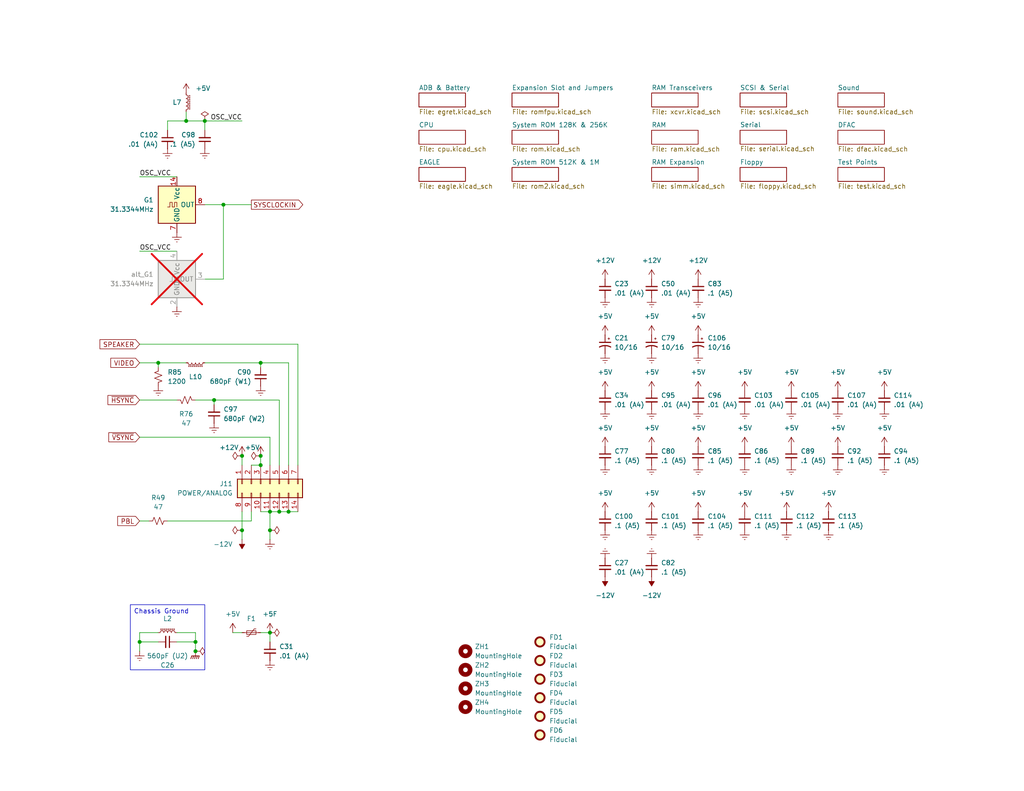
<source format=kicad_sch>
(kicad_sch (version 20250114) (generator "eeschema") (generator_version "9.0")
  (paper "USLetter")
  (title_block (title "Macintosh Classic II Revision B") (date "2025-06-04") (company "Apple Computer") (comment 1 "drawn by Bradley Bell"))
  (text_box "Chassis Ground" (at 35.56 165.1 0) (size 20.32 17.78) (margins 0.9525 0.9525 0.9525 0.9525) (effects (font (size 1.27 1.27)) (justify left top)))
  (junction (at 78.74 139.7))
  (junction (at 73.66 139.7))
  (junction (at 76.2 139.7))
  (junction (at 55.88 33.02))
  (junction (at 71.12 99.06))
  (junction (at 57.15 256.54))
  (junction (at 71.12 124.46))
  (junction (at 38.1 175.26))
  (junction (at 49.53 254))
  (junction (at 73.66 172.72))
  (junction (at 53.34 177.8))
  (junction (at 54.61 256.54))
  (junction (at 66.04 144.78))
  (junction (at 73.66 144.78))
  (junction (at 58.42 109.22))
  (junction (at 53.34 175.26))
  (junction (at 71.12 127))
  (junction (at 66.04 124.46))
  (junction (at 43.18 99.06))
  (junction (at 50.8 33.02))
  (junction (at 60.96 55.88))
  (no_connect (at 44.45 256.54))
  (no_connect (at 46.99 256.54))
  (no_connect (at 64.77 256.54))
  (wire (pts (xy 57.15 248.92) (xy 57.15 256.54)))
  (wire (pts (xy 60.96 55.88) (xy 68.58 55.88)))
  (wire (pts (xy 73.66 119.38) (xy 73.66 127)))
  (wire (pts (xy 34.29 231.14) (xy 34.29 256.54)))
  (wire (pts (xy 66.04 124.46) (xy 66.04 127)))
  (wire (pts (xy 38.1 48.26) (xy 48.26 48.26)))
  (wire (pts (xy 76.2 139.7) (xy 78.74 139.7)))
  (wire (pts (xy 67.31 241.3) (xy 67.31 256.54)))
  (wire (pts (xy 71.12 172.72) (xy 73.66 172.72)))
  (wire (pts (xy 38.1 172.72) (xy 43.18 172.72)))
  (wire (pts (xy 68.58 142.24) (xy 68.58 139.7)))
  (wire (pts (xy 38.1 68.58) (xy 48.26 68.58)))
  (wire (pts (xy 71.12 99.06) (xy 78.74 99.06)))
  (wire (pts (xy 38.1 109.22) (xy 48.26 109.22)))
  (wire (pts (xy 71.12 124.46) (xy 71.12 127)))
  (wire (pts (xy 66.04 33.02) (xy 55.88 33.02)))
  (wire (pts (xy 76.2 109.22) (xy 76.2 127)))
  (wire (pts (xy 50.8 33.02) (xy 50.8 30.48)))
  (wire (pts (xy 55.88 55.88) (xy 60.96 55.88)))
  (wire (pts (xy 55.88 76.2) (xy 60.96 76.2)))
  (wire (pts (xy 53.34 175.26) (xy 53.34 177.8)))
  (wire (pts (xy 43.18 99.06) (xy 50.8 99.06)))
  (wire (pts (xy 38.1 142.24) (xy 40.64 142.24)))
  (wire (pts (xy 58.42 110.49) (xy 58.42 109.22)))
  (wire (pts (xy 54.61 251.46) (xy 54.61 256.54)))
  (wire (pts (xy 45.72 142.24) (xy 68.58 142.24)))
  (wire (pts (xy 38.1 172.72) (xy 38.1 175.26)))
  (wire (pts (xy 73.66 175.26) (xy 73.66 172.72)))
  (wire (pts (xy 39.37 227.33) (xy 39.37 256.54)))
  (wire (pts (xy 73.66 139.7) (xy 76.2 139.7)))
  (wire (pts (xy 38.1 175.26) (xy 43.18 175.26)))
  (wire (pts (xy 45.72 33.02) (xy 50.8 33.02)))
  (wire (pts (xy 38.1 175.26) (xy 38.1 177.8)))
  (wire (pts (xy 53.34 109.22) (xy 58.42 109.22)))
  (wire (pts (xy 38.1 119.38) (xy 73.66 119.38)))
  (wire (pts (xy 73.66 139.7) (xy 71.12 139.7)))
  (wire (pts (xy 54.61 256.54) (xy 52.07 256.54)))
  (wire (pts (xy 63.5 172.72) (xy 66.04 172.72)))
  (wire (pts (xy 73.66 139.7) (xy 73.66 144.78)))
  (wire (pts (xy 36.83 233.68) (xy 36.83 256.54)))
  (wire (pts (xy 53.34 172.72) (xy 53.34 175.26)))
  (wire (pts (xy 66.04 147.32) (xy 66.04 144.78)))
  (wire (pts (xy 38.1 93.98) (xy 81.28 93.98)))
  (wire (pts (xy 60.96 55.88) (xy 60.96 76.2)))
  (wire (pts (xy 55.88 99.06) (xy 71.12 99.06)))
  (wire (pts (xy 45.72 33.02) (xy 45.72 35.56)))
  (wire (pts (xy 41.91 238.76) (xy 41.91 256.54)))
  (wire (pts (xy 49.53 251.46) (xy 49.53 254)))
  (wire (pts (xy 59.69 248.92) (xy 57.15 248.92)))
  (wire (pts (xy 81.28 93.98) (xy 81.28 127)))
  (wire (pts (xy 57.15 256.54) (xy 59.69 256.54)))
  (wire (pts (xy 43.18 99.06) (xy 43.18 100.33)))
  (wire (pts (xy 49.53 254) (xy 26.67 254)))
  (wire (pts (xy 53.34 175.26) (xy 48.26 175.26)))
  (wire (pts (xy 66.04 144.78) (xy 66.04 139.7)))
  (wire (pts (xy 78.74 99.06) (xy 78.74 127)))
  (wire (pts (xy 71.12 127) (xy 68.58 127)))
  (wire (pts (xy 53.34 172.72) (xy 48.26 172.72)))
  (wire (pts (xy 43.18 99.06) (xy 38.1 99.06)))
  (wire (pts (xy 26.67 241.3) (xy 67.31 241.3)))
  (wire (pts (xy 55.88 35.56) (xy 55.88 33.02)))
  (wire (pts (xy 78.74 139.7) (xy 81.28 139.7)))
  (wire (pts (xy 71.12 99.06) (xy 71.12 100.33)))
  (wire (pts (xy 49.53 254) (xy 49.53 256.54)))
  (wire (pts (xy 50.8 33.02) (xy 55.88 33.02)))
  (wire (pts (xy 58.42 109.22) (xy 76.2 109.22)))
  (wire (pts (xy 73.66 144.78) (xy 73.66 147.32)))
  (label "OSC_VCC" (at 38.1 48.26 0))
  (label "OSC_VCC" (at 66.04 33.02 180))
  (label "OSC_VCC" (at 38.1 68.58 0))
  (global_label "SCSI_BSY" (shape input) (at 26.67 241.3 180) (property "Intersheetrefs" "${INTERSHEET_REFS}" (at 14.8553 241.3 0) (effects (justify right))))
  (global_label "RxDA+" (shape output) (at 39.37 236.22 0) (property "Intersheetrefs" "${INTERSHEET_REFS}" (at 48.5843 236.22 0) (effects (justify left))))
  (global_label "VIDEO" (shape input) (at 38.1 99.06 180) (property "Intersheetrefs" "${INTERSHEET_REFS}" (at 29.6719 99.06 0) (effects (justify right))))
  (global_label "TxDA+" (shape input) (at 34.29 231.14 180) (property "Intersheetrefs" "${INTERSHEET_REFS}" (at 25.3781 231.14 0) (effects (justify right))))
  (global_label "BURN7" (shape input) (at 26.67 254 180) (property "Intersheetrefs" "${INTERSHEET_REFS}" (at 17.2743 254 0) (effects (justify right))))
  (global_label "RxDA-" (shape output) (at 41.91 238.76 0) (property "Intersheetrefs" "${INTERSHEET_REFS}" (at 51.1243 238.76 0) (effects (justify left))))
  (global_label "SYSCLOCKIN" (shape output) (at 68.58 55.88 0) (property "Intersheetrefs" "${INTERSHEET_REFS}" (at 83.1767 55.88 0) (effects (justify left))))
  (global_label "PBL" (shape input) (at 38.1 142.24 180) (property "Intersheetrefs" "${INTERSHEET_REFS}" (at 31.5467 142.24 0) (effects (justify right))))
  (global_label "~{VSYNC}" (shape input) (at 38.1 119.38 180) (property "Intersheetrefs" "${INTERSHEET_REFS}" (at 29.1276 119.38 0) (effects (justify right))))
  (global_label "~{HSYNC}" (shape input) (at 38.1 109.22 180) (property "Intersheetrefs" "${INTERSHEET_REFS}" (at 28.8857 109.22 0) (effects (justify right))))
  (global_label "TxDA-" (shape input) (at 36.83 233.68 180) (property "Intersheetrefs" "${INTERSHEET_REFS}" (at 27.9181 233.68 0) (effects (justify right))))
  (global_label "SPEAKER" (shape input) (at 38.1 93.98 180) (property "Intersheetrefs" "${INTERSHEET_REFS}" (at 26.7087 93.98 0) (effects (justify right))))
  (symbol (lib_id "power:GNDREF") (at 48.26 63.5 0) (unit 1)
    (property "Reference" "#PWR073" (effects (hide yes)))
    (property "Value" "GND" (effects (hide yes)))
    (property "Description" "Power symbol creates a global label with name \"GNDREF\" , reference supply ground" (effects (hide yes)))
  )
  (symbol (lib_id "Device:C_Small") (at 190.5 124.46 0) (unit 1)
    (property "Reference" "C85" (at 193.04 123.1962 0) (effects (justify left)))
    (property "Value" ".1 (A5)" (at 193.04 125.7362 0) (effects (justify left)))
    (property "Footprint" "MyPackage:SMD_0603_1608Metric_Pad1.52x1.02mm" (effects (hide yes)))
    (property "Description" "Unpolarized capacitor, small symbol" (effects (hide yes)))
  )
  (symbol (lib_id "power:GNDREF") (at 215.9 111.76 0) (unit 1)
    (property "Reference" "#PWR0279" (effects (hide yes)))
    (property "Value" "GND" (effects (hide yes)))
    (property "Description" "Power symbol creates a global label with name \"GNDREF\" , reference supply ground" (effects (hide yes)))
  )
  (symbol (lib_id "power:GNDREF") (at 203.2 144.78 0) (unit 1)
    (property "Reference" "#PWR097" (effects (hide yes)))
    (property "Value" "GND" (effects (hide yes)))
    (property "Description" "Power symbol creates a global label with name \"GNDREF\" , reference supply ground" (effects (hide yes)))
  )
  (symbol (lib_id "Device:R_Small_US") (at 39.37 224.79 0) (unit 1)
    (property "Reference" "R95" (at 36.83 223.5199 0) (effects (justify right)))
    (property "Value" "100K" (at 36.83 226.0599 0) (effects (justify right)))
    (property "Footprint" "MyPackage:SMD_0805_2012Metric_Pad1.25x1.65mm" (effects (hide yes)))
    (property "Description" "Resistor, small US symbol" (effects (hide yes)))
  )
  (symbol (lib_id "power:GNDREF") (at 73.66 180.34 0) (unit 1)
    (property "Reference" "#PWR0262" (effects (hide yes)))
    (property "Value" "GND" (effects (hide yes)))
    (property "Description" "Power symbol creates a global label with name \"GNDREF\" , reference supply ground" (effects (hide yes)))
  )
  (symbol (lib_id "power:GNDREF") (at 48.26 83.82 0) (unit 1)
    (property "Reference" "#PWR0128" (effects (hide yes)))
    (property "Value" "GND" (effects (hide yes)))
    (property "Description" "Power symbol creates a global label with name \"GNDREF\" , reference supply ground" (effects (hide yes)))
  )
  (symbol (lib_id "Device:C_Small") (at 177.8 124.46 0) (unit 1)
    (property "Reference" "C80" (at 180.34 123.1962 0) (effects (justify left)))
    (property "Value" ".1 (A5)" (at 180.34 125.7362 0) (effects (justify left)))
    (property "Footprint" "MyPackage:SMD_0603_1608Metric_Pad1.52x1.02mm" (effects (hide yes)))
    (property "Description" "Unpolarized capacitor, small symbol" (effects (hide yes)))
  )
  (symbol (lib_id "Device:C_Small") (at 228.6 124.46 0) (unit 1)
    (property "Reference" "C92" (at 231.14 123.1962 0) (effects (justify left)))
    (property "Value" ".1 (A5)" (at 231.14 125.7362 0) (effects (justify left)))
    (property "Footprint" "MyPackage:SMD_0603_1608Metric_Pad1.52x1.02mm" (effects (hide yes)))
    (property "Description" "Unpolarized capacitor, small symbol" (effects (hide yes)))
  )
  (symbol (lib_id "power:PWR_FLAG") (at 66.04 144.78 90) (unit 1)
    (property "Reference" "#FLG03" (effects (hide yes)))
    (property "Value" "PWR_FLAG" (effects (hide yes)))
    (property "Description" "Special symbol for telling ERC where power comes from" (effects (hide yes)))
  )
  (symbol (lib_id "power:GNDREF") (at 165.1 96.52 0) (unit 1)
    (property "Reference" "#PWR0286" (effects (hide yes)))
    (property "Value" "GND" (effects (hide yes)))
    (property "Description" "Power symbol creates a global label with name \"GNDREF\" , reference supply ground" (effects (hide yes)))
  )
  (symbol (lib_id "power:GNDREF") (at 203.2 111.76 0) (unit 1)
    (property "Reference" "#PWR0275" (effects (hide yes)))
    (property "Value" "GND" (effects (hide yes)))
    (property "Description" "Power symbol creates a global label with name \"GNDREF\" , reference supply ground" (effects (hide yes)))
  )
  (symbol (lib_id "power:+5V") (at 190.5 121.92 0) (unit 1)
    (property "Reference" "#PWR0256" (effects (hide yes)))
    (property "Value" "+5V" (at 190.5 116.84 0))
    (property "Description" "Power symbol creates a global label with name \"+5V\"" (effects (hide yes)))
  )
  (symbol (lib_id "power:GNDREF") (at 165.1 152.4 0) (mirror x) (unit 1)
    (property "Reference" "#PWR089" (effects (hide yes)))
    (property "Value" "GND" (effects (hide yes)))
    (property "Description" "Power symbol creates a global label with name \"GNDREF\" , reference supply ground" (effects (hide yes)))
  )
  (symbol (lib_id "power:GNDREF") (at 214.63 144.78 0) (unit 1)
    (property "Reference" "#PWR0110" (effects (hide yes)))
    (property "Value" "GND" (effects (hide yes)))
    (property "Description" "Power symbol creates a global label with name \"GNDREF\" , reference supply ground" (effects (hide yes)))
  )
  (symbol (lib_id "power:+5V") (at 228.6 106.68 0) (unit 1)
    (property "Reference" "#PWR0280" (effects (hide yes)))
    (property "Value" "+5V" (at 228.6 101.6 0))
    (property "Description" "Power symbol creates a global label with name \"+5V\"" (effects (hide yes)))
  )
  (symbol (lib_id "power:+5V") (at 226.06 139.7 0) (unit 1)
    (property "Reference" "#PWR0273" (effects (hide yes)))
    (property "Value" "+5V" (at 226.06 134.62 0))
    (property "Description" "Power symbol creates a global label with name \"+5V\"" (effects (hide yes)))
  )
  (symbol (lib_id "Device:R_Small_US") (at 50.8 109.22 90) (mirror x) (unit 1)
    (property "Reference" "R76" (at 50.8 113.03 90))
    (property "Value" "47" (at 50.8 115.57 90))
    (property "Footprint" "MyPackage:SMD_0805_2012Metric_Pad1.25x1.65mm" (effects (hide yes)))
    (property "Description" "Resistor, small US symbol" (effects (hide yes)))
  )
  (symbol (lib_id "Device:C_Small") (at 165.1 124.46 0) (unit 1)
    (property "Reference" "C77" (at 167.64 123.1962 0) (effects (justify left)))
    (property "Value" ".1 (A5)" (at 167.64 125.7362 0) (effects (justify left)))
    (property "Footprint" "MyPackage:SMD_0603_1608Metric_Pad1.52x1.02mm" (effects (hide yes)))
    (property "Description" "Unpolarized capacitor, small symbol" (effects (hide yes)))
  )
  (symbol (lib_id "power:+5V") (at 177.8 106.68 0) (unit 1)
    (property "Reference" "#PWR0295" (effects (hide yes)))
    (property "Value" "+5V" (at 177.8 101.6 0))
    (property "Description" "Power symbol creates a global label with name \"+5V\"" (effects (hide yes)))
  )
  (symbol (lib_id "Mechanical:Fiducial") (at 147.32 190.5 0) (unit 1) (exclude_from_sim yes) (in_bom no)
    (property "Reference" "FD4" (at 149.86 189.2299 0) (effects (justify left)))
    (property "Value" "Fiducial" (at 149.86 191.7699 0) (effects (justify left)))
    (property "Footprint" "Fiducial:Fiducial_1mm_Mask3mm" (effects (hide yes)))
    (property "Description" "Fiducial Marker" (effects (hide yes)))
  )
  (symbol (lib_id "power:+5V") (at 165.1 91.44 0) (unit 1)
    (property "Reference" "#PWR0285" (effects (hide yes)))
    (property "Value" "+5V" (at 165.1 86.36 0))
    (property "Description" "Power symbol creates a global label with name \"+5V\"" (effects (hide yes)))
  )
  (symbol (lib_id "power:GNDREF") (at 190.5 127 0) (unit 1)
    (property "Reference" "#PWR0268" (effects (hide yes)))
    (property "Value" "GND" (effects (hide yes)))
    (property "Description" "Power symbol creates a global label with name \"GNDREF\" , reference supply ground" (effects (hide yes)))
  )
  (symbol (lib_id "Mechanical:Fiducial") (at 147.32 200.66 0) (unit 1) (exclude_from_sim yes) (in_bom no)
    (property "Reference" "FD6" (at 149.86 199.3899 0) (effects (justify left)))
    (property "Value" "Fiducial" (at 149.86 201.9299 0) (effects (justify left)))
    (property "Footprint" "MyPackage:Fiducial_1mm_Mask3mm_square" (effects (hide yes)))
    (property "Description" "Fiducial Marker" (effects (hide yes)))
  )
  (symbol (lib_id "Mechanical:MountingHole") (at 127 177.8 0) (unit 1) (exclude_from_sim yes) (in_bom no)
    (property "Reference" "ZH1" (at 129.54 176.5299 0) (effects (justify left)))
    (property "Value" "MountingHole" (at 129.54 179.0699 0) (effects (justify left)))
    (property "Footprint" "MountingHole:MountingHole_3.2mm_M3_ISO14580" (effects (hide yes)))
    (property "Description" "Mounting Hole without connection" (effects (hide yes)))
  )
  (symbol (lib_id "power:PWR_FLAG") (at 73.66 172.72 270) (unit 1)
    (property "Reference" "#FLG010" (effects (hide yes)))
    (property "Value" "PWR_FLAG" (effects (hide yes)))
    (property "Description" "Special symbol for telling ERC where power comes from" (effects (hide yes)))
  )
  (symbol (lib_id "power:+12V") (at 66.04 124.46 0) (mirror y) (unit 1)
    (property "Reference" "#PWR090" (effects (hide yes)))
    (property "Value" "+12V" (at 62.484 122.174 0))
    (property "Description" "Power symbol creates a global label with name \"+12V\"" (effects (hide yes)))
  )
  (symbol (lib_id "Device:L_Ferrite_Small") (at 45.72 172.72 90) (unit 1)
    (property "Reference" "L2" (at 45.72 168.91 90))
    (property "Value" "L_Ferrite_Small" (effects (hide yes)))
    (property "Footprint" "MyPackage:L_2010_5025Metric_Pad2.0x2.2mm_HandSolder" (effects (hide yes)))
    (property "Description" "Inductor with ferrite core, small symbol" (effects (hide yes)))
  )
  (symbol (lib_id "power:+5V") (at 190.5 106.68 0) (unit 1)
    (property "Reference" "#PWR0291" (effects (hide yes)))
    (property "Value" "+5V" (at 190.5 101.6 0))
    (property "Description" "Power symbol creates a global label with name \"+5V\"" (effects (hide yes)))
  )
  (symbol (lib_id "Device:C_Small") (at 214.63 142.24 0) (mirror y) (unit 1)
    (property "Reference" "C112" (at 217.17 140.9762 0) (effects (justify right)))
    (property "Value" ".1 (A5)" (at 217.17 143.5162 0) (effects (justify right)))
    (property "Footprint" "MyPackage:SMD_0805_2012Metric_Pad1.25x1.65mm" (effects (hide yes)))
    (property "Description" "Unpolarized capacitor, small symbol" (effects (hide yes)))
  )
  (symbol (lib_id "power:GNDREF") (at 177.8 111.76 0) (unit 1)
    (property "Reference" "#PWR0296" (effects (hide yes)))
    (property "Value" "GND" (effects (hide yes)))
    (property "Description" "Power symbol creates a global label with name \"GNDREF\" , reference supply ground" (effects (hide yes)))
  )
  (symbol (lib_id "Connector_Generic:Conn_02x07_Top_Bottom") (at 73.66 132.08 90) (mirror x) (unit 1)
    (property "Reference" "J11" (at 63.5 132.0799 90) (effects (justify left)))
    (property "Value" "POWER/ANALOG" (at 63.5 134.6199 90) (effects (justify left)))
    (property "Footprint" "Connector_Mine:Molex_Mini-Fit_Jr_5566-14A_2x07_P4.20mm_Vertical_RoundPads" (effects (hide yes)))
    (property "Description" "Generic connector, double row, 02x07, top/bottom pin numbering scheme (row 1: 1...pins_per_row, row2: pins_per_row+1 ... num_pins), script generated (kicad-library-utils/schlib/autogen/connector/)" (effects (hide yes)))
  )
  (symbol (lib_id "Device:C_Small") (at 177.8 109.22 0) (unit 1)
    (property "Reference" "C95" (at 180.34 107.9562 0) (effects (justify left)))
    (property "Value" ".01 (A4)" (at 180.34 110.4962 0) (effects (justify left)))
    (property "Footprint" "MyPackage:SMD_0603_1608Metric_Pad1.52x1.02mm" (effects (hide yes)))
    (property "Description" "Unpolarized capacitor, small symbol" (effects (hide yes)))
  )
  (symbol (lib_id "power:+5V") (at 165.1 121.92 0) (unit 1)
    (property "Reference" "#PWR0293" (effects (hide yes)))
    (property "Value" "+5V" (at 165.1 116.84 0))
    (property "Description" "Power symbol creates a global label with name \"+5V\"" (effects (hide yes)))
  )
  (symbol (lib_id "Mechanical:MountingHole") (at 127 187.96 0) (unit 1) (exclude_from_sim yes) (in_bom no)
    (property "Reference" "ZH3" (at 129.54 186.6899 0) (effects (justify left)))
    (property "Value" "MountingHole" (at 129.54 189.2299 0) (effects (justify left)))
    (property "Footprint" "MountingHole:MountingHole_3.2mm_M3_ISO14580" (effects (hide yes)))
    (property "Description" "Mounting Hole without connection" (effects (hide yes)))
  )
  (symbol (lib_id "power:+5F") (at 73.66 172.72 0) (unit 1)
    (property "Reference" "#PWR043" (effects (hide yes)))
    (property "Value" "+5F" (at 73.66 167.64 0))
    (property "Description" "Power symbol creates a global label with name \"+5F\"" (effects (hide yes)))
  )
  (symbol (lib_id "power:+5V") (at 241.3 121.92 0) (unit 1)
    (property "Reference" "#PWR0234" (effects (hide yes)))
    (property "Value" "+5V" (at 241.3 116.84 0))
    (property "Description" "Power symbol creates a global label with name \"+5V\"" (effects (hide yes)))
  )
  (symbol (lib_id "power:GNDREF") (at 177.8 127 0) (unit 1)
    (property "Reference" "#PWR0288" (effects (hide yes)))
    (property "Value" "GND" (effects (hide yes)))
    (property "Description" "Power symbol creates a global label with name \"GNDREF\" , reference supply ground" (effects (hide yes)))
  )
  (symbol (lib_id "Device:C_Small") (at 45.72 175.26 270) (mirror x) (unit 1)
    (property "Reference" "C26" (at 45.7136 181.61 90))
    (property "Value" "560pF (U2)" (at 45.7136 179.07 90))
    (property "Footprint" "MyPackage:SMD_0603_1608Metric_Pad1.52x1.02mm" (effects (hide yes)))
    (property "Description" "Unpolarized capacitor, small symbol" (effects (hide yes)))
  )
  (symbol (lib_id "power:GNDREF") (at 190.5 96.52 0) (unit 1)
    (property "Reference" "#PWR0283" (effects (hide yes)))
    (property "Value" "GND" (effects (hide yes)))
    (property "Description" "Power symbol creates a global label with name \"GNDREF\" , reference supply ground" (effects (hide yes)))
  )
  (symbol (lib_id "Device:C_Small") (at 226.06 142.24 0) (mirror y) (unit 1)
    (property "Reference" "C113" (at 228.6 140.9762 0) (effects (justify right)))
    (property "Value" ".1 (A5)" (at 228.6 143.5162 0) (effects (justify right)))
    (property "Footprint" "MyPackage:SMD_0603_1608Metric_Pad1.52x1.02mm" (effects (hide yes)))
    (property "Description" "Unpolarized capacitor, small symbol" (effects (hide yes)))
  )
  (symbol (lib_id "Device:C_Small") (at 215.9 124.46 0) (unit 1)
    (property "Reference" "C89" (at 218.44 123.1962 0) (effects (justify left)))
    (property "Value" ".1 (A5)" (at 218.44 125.7362 0) (effects (justify left)))
    (property "Footprint" "MyPackage:SMD_0603_1608Metric_Pad1.52x1.02mm" (effects (hide yes)))
    (property "Description" "Unpolarized capacitor, small symbol" (effects (hide yes)))
  )
  (symbol (lib_id "power:+5V") (at 165.1 139.7 0) (mirror y) (unit 1)
    (property "Reference" "#PWR0264" (effects (hide yes)))
    (property "Value" "+5V" (at 165.1 134.62 0))
    (property "Description" "Power symbol creates a global label with name \"+5V\"" (effects (hide yes)))
  )
  (symbol (lib_id "Mechanical:Fiducial") (at 147.32 180.34 0) (unit 1) (exclude_from_sim yes) (in_bom no)
    (property "Reference" "FD2" (at 149.86 179.0699 0) (effects (justify left)))
    (property "Value" "Fiducial" (at 149.86 181.6099 0) (effects (justify left)))
    (property "Footprint" "Fiducial:Fiducial_1mm_Mask3mm" (effects (hide yes)))
    (property "Description" "Fiducial Marker" (effects (hide yes)))
  )
  (symbol (lib_id "Device:C_Small") (at 190.5 109.22 0) (unit 1)
    (property "Reference" "C96" (at 193.04 107.9562 0) (effects (justify left)))
    (property "Value" ".01 (A4)" (at 193.04 110.4962 0) (effects (justify left)))
    (property "Footprint" "MyPackage:SMD_0603_1608Metric_Pad1.52x1.02mm" (effects (hide yes)))
    (property "Description" "Unpolarized capacitor, small symbol" (effects (hide yes)))
  )
  (symbol (lib_id "power:GNDREF") (at 73.66 147.32 0) (mirror y) (unit 1)
    (property "Reference" "#PWR096" (effects (hide yes)))
    (property "Value" "GND" (effects (hide yes)))
    (property "Description" "Power symbol creates a global label with name \"GNDREF\" , reference supply ground" (effects (hide yes)))
  )
  (symbol (lib_id "Device:C_Small") (at 190.5 142.24 0) (mirror y) (unit 1)
    (property "Reference" "C104" (at 193.04 140.9762 0) (effects (justify right)))
    (property "Value" ".1 (A5)" (at 193.04 143.5162 0) (effects (justify right)))
    (property "Footprint" "MyPackage:SMD_0603_1608Metric_Pad1.52x1.02mm" (effects (hide yes)))
    (property "Description" "Unpolarized capacitor, small symbol" (effects (hide yes)))
  )
  (symbol (lib_id "power:GNDREF") (at 203.2 127 0) (unit 1)
    (property "Reference" "#PWR0108" (effects (hide yes)))
    (property "Value" "GND" (effects (hide yes)))
    (property "Description" "Power symbol creates a global label with name \"GNDREF\" , reference supply ground" (effects (hide yes)))
  )
  (symbol (lib_id "power:+12V") (at 69.85 256.54 0) (mirror y) (unit 1)
    (property "Reference" "#PWR0237" (effects (hide yes)))
    (property "Value" "+12V" (at 72.39 255.2699 0) (effects (justify right)))
    (property "Description" "Power symbol creates a global label with name \"+12V\"" (effects (hide yes)))
  )
  (symbol (lib_id "power:+5V") (at 71.12 124.46 0) (mirror y) (unit 1)
    (property "Reference" "#PWR093" (effects (hide yes)))
    (property "Value" "+5V" (at 68.834 122.174 0))
    (property "Description" "Power symbol creates a global label with name \"+5V\"" (effects (hide yes)))
  )
  (symbol (lib_id "Device:R_Small_US") (at 43.18 102.87 0) (mirror y) (unit 1)
    (property "Reference" "R85" (at 45.72 101.5999 0) (effects (justify right)))
    (property "Value" "1200" (at 45.72 104.1399 0) (effects (justify right)))
    (property "Footprint" "MyPackage:SMD_0805_2012Metric_Pad1.25x1.65mm" (effects (hide yes)))
    (property "Description" "Resistor, small US symbol" (effects (hide yes)))
  )
  (symbol (lib_id "power:+5V") (at 241.3 106.68 0) (unit 1)
    (property "Reference" "#PWR0289" (effects (hide yes)))
    (property "Value" "+5V" (at 241.3 101.6 0))
    (property "Description" "Power symbol creates a global label with name \"+5V\"" (effects (hide yes)))
  )
  (symbol (lib_id "Device:C_Small") (at 177.8 154.94 180) (unit 1)
    (property "Reference" "C82" (at 180.34 153.6635 0) (effects (justify right)))
    (property "Value" ".1 (A5)" (at 180.34 156.2035 0) (effects (justify right)))
    (property "Footprint" "MyPackage:SMD_0603_1608Metric_Pad1.52x1.02mm" (effects (hide yes)))
    (property "Description" "Unpolarized capacitor, small symbol" (effects (hide yes)))
  )
  (symbol (lib_id "Device:C_Small") (at 165.1 78.74 0) (unit 1)
    (property "Reference" "C23" (at 167.64 77.4762 0) (effects (justify left)))
    (property "Value" ".01 (A4)" (at 167.64 80.0162 0) (effects (justify left)))
    (property "Footprint" "MyPackage:SMD_0603_1608Metric_Pad1.52x1.02mm" (effects (hide yes)))
    (property "Description" "Unpolarized capacitor, small symbol" (effects (hide yes)))
  )
  (symbol (lib_id "Device:C_Small") (at 71.12 102.87 0) (mirror x) (unit 1)
    (property "Reference" "C90" (at 68.58 101.5935 0) (effects (justify right)))
    (property "Value" "680pF (W1)" (at 68.58 104.1335 0) (effects (justify right)))
    (property "Footprint" "MyPackage:SMD_0603_1608Metric_Pad1.52x1.02mm" (effects (hide yes)))
    (property "Description" "Unpolarized capacitor, small symbol" (effects (hide yes)))
  )
  (symbol (lib_id "Mechanical:Fiducial") (at 147.32 185.42 0) (unit 1) (exclude_from_sim yes) (in_bom no)
    (property "Reference" "FD3" (at 149.86 184.1499 0) (effects (justify left)))
    (property "Value" "Fiducial" (at 149.86 186.6899 0) (effects (justify left)))
    (property "Footprint" "Fiducial:Fiducial_1mm_Mask3mm" (effects (hide yes)))
    (property "Description" "Fiducial Marker" (effects (hide yes)))
  )
  (symbol (lib_id "power:+5V") (at 228.6 121.92 0) (unit 1)
    (property "Reference" "#PWR087" (effects (hide yes)))
    (property "Value" "+5V" (at 228.6 116.84 0))
    (property "Description" "Power symbol creates a global label with name \"+5V\"" (effects (hide yes)))
  )
  (symbol (lib_id "power:+5V") (at 215.9 121.92 0) (unit 1)
    (property "Reference" "#PWR0277" (effects (hide yes)))
    (property "Value" "+5V" (at 215.9 116.84 0))
    (property "Description" "Power symbol creates a global label with name \"+5V\"" (effects (hide yes)))
  )
  (symbol (lib_id "power:GNDREF") (at 241.3 111.76 0) (unit 1)
    (property "Reference" "#PWR0290" (effects (hide yes)))
    (property "Value" "GND" (effects (hide yes)))
    (property "Description" "Power symbol creates a global label with name \"GNDREF\" , reference supply ground" (effects (hide yes)))
  )
  (symbol (lib_id "power:GNDREF") (at 228.6 127 0) (unit 1)
    (property "Reference" "#PWR0121" (effects (hide yes)))
    (property "Value" "GND" (effects (hide yes)))
    (property "Description" "Power symbol creates a global label with name \"GNDREF\" , reference supply ground" (effects (hide yes)))
  )
  (symbol (lib_id "power:GNDREF") (at 177.8 144.78 0) (unit 1)
    (property "Reference" "#PWR0267" (effects (hide yes)))
    (property "Value" "GND" (effects (hide yes)))
    (property "Description" "Power symbol creates a global label with name \"GNDREF\" , reference supply ground" (effects (hide yes)))
  )
  (symbol (lib_id "power:-12V") (at 165.1 157.48 180) (unit 1)
    (property "Reference" "#PWR0179" (effects (hide yes)))
    (property "Value" "-12V" (at 165.1 162.56 0))
    (property "Description" "Power symbol creates a global label with name \"-12V\"" (effects (hide yes)))
  )
  (symbol (lib_id "power:GNDREF") (at 177.8 152.4 0) (mirror x) (unit 1)
    (property "Reference" "#PWR059" (effects (hide yes)))
    (property "Value" "GND" (effects (hide yes)))
    (property "Description" "Power symbol creates a global label with name \"GNDREF\" , reference supply ground" (effects (hide yes)))
  )
  (symbol (lib_id "Device:C_Polarized_Small_US") (at 165.1 93.98 0) (mirror y) (unit 1)
    (property "Reference" "C21" (at 167.64 92.2781 0) (effects (justify right)))
    (property "Value" "10/16" (at 167.64 94.8181 0) (effects (justify right)))
    (property "Footprint" "MyPackage:CP_Elec_4x5.8" (effects (hide yes)))
    (property "Description" "Polarized capacitor, small US symbol" (effects (hide yes)))
  )
  (symbol (lib_id "Device:R_Small_US") (at 49.53 248.92 0) (unit 1)
    (property "Reference" "R93" (at 46.99 247.6499 0) (effects (justify right)))
    (property "Value" "4700" (at 46.99 250.1899 0) (effects (justify right)))
    (property "Footprint" "MyPackage:SMD_0805_2012Metric_Pad1.25x1.65mm" (effects (hide yes)))
    (property "Description" "Resistor, small US symbol" (effects (hide yes)))
  )
  (symbol (lib_id "Device:C_Small") (at 203.2 142.24 0) (mirror y) (unit 1)
    (property "Reference" "C111" (at 205.74 140.9762 0) (effects (justify right)))
    (property "Value" ".1 (A5)" (at 205.74 143.5162 0) (effects (justify right)))
    (property "Footprint" "MyPackage:SMD_0805_2012Metric_Pad1.25x1.65mm" (effects (hide yes)))
    (property "Description" "Unpolarized capacitor, small symbol" (effects (hide yes)))
  )
  (symbol (lib_id "Device:C_Small") (at 203.2 109.22 0) (mirror y) (unit 1)
    (property "Reference" "C103" (at 205.74 107.9562 0) (effects (justify right)))
    (property "Value" ".01 (A4)" (at 205.74 110.4962 0) (effects (justify right)))
    (property "Footprint" "MyPackage:SMD_0603_1608Metric_Pad1.52x1.02mm" (effects (hide yes)))
    (property "Description" "Unpolarized capacitor, small symbol" (effects (hide yes)))
  )
  (symbol (lib_id "Device:C_Small") (at 73.66 177.8 0) (unit 1)
    (property "Reference" "C31" (at 76.2 176.5362 0) (effects (justify left)))
    (property "Value" ".01 (A4)" (at 76.2 179.0762 0) (effects (justify left)))
    (property "Footprint" "MyPackage:SMD_0603_1608Metric_Pad1.52x1.02mm" (effects (hide yes)))
    (property "Description" "Unpolarized capacitor, small symbol" (effects (hide yes)))
  )
  (symbol (lib_id "power:PWR_FLAG") (at 53.34 177.8 270) (unit 1)
    (property "Reference" "#FLG013" (effects (hide yes)))
    (property "Value" "PWR_FLAG" (effects (hide yes)))
    (property "Description" "Special symbol for telling ERC where power comes from" (effects (hide yes)))
  )
  (symbol (lib_id "power:GNDREF") (at 58.42 115.57 0) (unit 1)
    (property "Reference" "#PWR086" (effects (hide yes)))
    (property "Value" "GND" (effects (hide yes)))
    (property "Description" "Power symbol creates a global label with name \"GNDREF\" , reference supply ground" (effects (hide yes)))
  )
  (symbol (lib_id "Mechanical:Fiducial") (at 147.32 175.26 0) (unit 1) (exclude_from_sim yes) (in_bom no)
    (property "Reference" "FD1" (at 149.86 173.9899 0) (effects (justify left)))
    (property "Value" "Fiducial" (at 149.86 176.5299 0) (effects (justify left)))
    (property "Footprint" "MyPackage:Fiducial_1mm_Mask3mm_square" (effects (hide yes)))
    (property "Description" "Fiducial Marker" (effects (hide yes)))
  )
  (symbol (lib_id "Device:C_Small") (at 177.8 142.24 0) (mirror y) (unit 1)
    (property "Reference" "C101" (at 180.34 140.9762 0) (effects (justify right)))
    (property "Value" ".1 (A5)" (at 180.34 143.5162 0) (effects (justify right)))
    (property "Footprint" "MyPackage:SMD_0603_1608Metric_Pad1.52x1.02mm" (effects (hide yes)))
    (property "Description" "Unpolarized capacitor, small symbol" (effects (hide yes)))
  )
  (symbol (lib_id "power:+5V") (at 54.61 251.46 0) (unit 1)
    (property "Reference" "#PWR0245" (effects (hide yes)))
    (property "Value" "+5V" (at 54.61 246.38 0))
    (property "Description" "Power symbol creates a global label with name \"+5V\"" (effects (hide yes)))
  )
  (symbol (lib_id "power:GNDREF") (at 177.8 96.52 0) (mirror y) (unit 1)
    (property "Reference" "#PWR0270" (effects (hide yes)))
    (property "Value" "GND" (effects (hide yes)))
    (property "Description" "Power symbol creates a global label with name \"GNDREF\" , reference supply ground" (effects (hide yes)))
  )
  (symbol (lib_id "power:PWR_FLAG") (at 71.12 124.46 90) (unit 1)
    (property "Reference" "#FLG04" (effects (hide yes)))
    (property "Value" "PWR_FLAG" (effects (hide yes)))
    (property "Description" "Special symbol for telling ERC where power comes from" (effects (hide yes)))
  )
  (symbol (lib_id "power:+5V") (at 177.8 91.44 0) (mirror y) (unit 1)
    (property "Reference" "#PWR0271" (effects (hide yes)))
    (property "Value" "+5V" (at 177.8 86.36 0))
    (property "Description" "Power symbol creates a global label with name \"+5V\"" (effects (hide yes)))
  )
  (symbol (lib_id "power:PWR_FLAG") (at 73.66 144.78 270) (unit 1)
    (property "Reference" "#FLG06" (effects (hide yes)))
    (property "Value" "PWR_FLAG" (effects (hide yes)))
    (property "Description" "Special symbol for telling ERC where power comes from" (effects (hide yes)))
  )
  (symbol (lib_id "Mechanical:Fiducial") (at 147.32 195.58 0) (unit 1) (exclude_from_sim yes) (in_bom no)
    (property "Reference" "FD5" (at 149.86 194.3099 0) (effects (justify left)))
    (property "Value" "Fiducial" (at 149.86 196.8499 0) (effects (justify left)))
    (property "Footprint" "Fiducial:Fiducial_1mm_Mask3mm" (effects (hide yes)))
    (property "Description" "Fiducial Marker" (effects (hide yes)))
  )
  (symbol (lib_id "power:GNDREF") (at 55.88 40.64 0) (unit 1)
    (property "Reference" "#PWR074" (effects (hide yes)))
    (property "Value" "GND" (effects (hide yes)))
    (property "Description" "Power symbol creates a global label with name \"GNDREF\" , reference supply ground" (effects (hide yes)))
  )
  (symbol (lib_id "power:GNDREF") (at 190.5 81.28 0) (mirror y) (unit 1)
    (property "Reference" "#PWR0301" (effects (hide yes)))
    (property "Value" "GND" (effects (hide yes)))
    (property "Description" "Power symbol creates a global label with name \"GNDREF\" , reference supply ground" (effects (hide yes)))
  )
  (symbol (lib_id "Connector_Generic:Conn_01x15") (at 52.07 261.62 90) (mirror x) (unit 1)
    (property "Reference" "J15" (at 52.07 265.43 90))
    (property "Value" "BURN-IN" (at 52.07 267.97 90))
    (property "Footprint" "Connector_Mine:Mac_Burn_In" (effects (hide yes)))
    (property "Description" "Generic connector, single row, 01x15, script generated (kicad-library-utils/schlib/autogen/connector/)" (effects (hide yes)))
  )
  (symbol (lib_id "Device:C_Small") (at 190.5 78.74 0) (mirror y) (unit 1)
    (property "Reference" "C83" (at 193.04 77.4762 0) (effects (justify right)))
    (property "Value" ".1 (A5)" (at 193.04 80.0162 0) (effects (justify right)))
    (property "Footprint" "MyPackage:SMD_0603_1608Metric_Pad1.52x1.02mm" (effects (hide yes)))
    (property "Description" "Unpolarized capacitor, small symbol" (effects (hide yes)))
  )
  (symbol (lib_id "Device:L_Ferrite_Small") (at 53.34 99.06 90) (mirror x) (unit 1)
    (property "Reference" "L10" (at 53.34 102.87 90))
    (property "Value" "L_Ferrite_Small" (effects (hide yes)))
    (property "Footprint" "MyPackage:L_2010_5025Metric_Pad2.0x2.2mm_HandSolder" (effects (hide yes)))
    (property "Description" "Inductor with ferrite core, small symbol" (effects (hide yes)))
  )
  (symbol (lib_id "power:+5V") (at 214.63 139.7 0) (unit 1)
    (property "Reference" "#PWR0214" (effects (hide yes)))
    (property "Value" "+5V" (at 214.63 134.62 0))
    (property "Description" "Power symbol creates a global label with name \"+5V\"" (effects (hide yes)))
  )
  (symbol (lib_id "power:+5V") (at 190.5 139.7 0) (unit 1)
    (property "Reference" "#PWR0183" (effects (hide yes)))
    (property "Value" "+5V" (at 190.5 134.62 0))
    (property "Description" "Power symbol creates a global label with name \"+5V\"" (effects (hide yes)))
  )
  (symbol (lib_id "power:-12V") (at 177.8 157.48 180) (unit 1)
    (property "Reference" "#PWR066" (effects (hide yes)))
    (property "Value" "-12V" (at 177.8 162.56 0))
    (property "Description" "Power symbol creates a global label with name \"-12V\"" (effects (hide yes)))
  )
  (symbol (lib_id "Device:C_Small") (at 241.3 109.22 0) (unit 1)
    (property "Reference" "C114" (at 243.84 107.9562 0) (effects (justify left)))
    (property "Value" ".01 (A4)" (at 243.84 110.4962 0) (effects (justify left)))
    (property "Footprint" "MyPackage:SMD_0603_1608Metric_Pad1.52x1.02mm" (effects (hide yes)))
    (property "Description" "Unpolarized capacitor, small symbol" (effects (hide yes)))
  )
  (symbol (lib_id "power:GNDREF") (at 165.1 81.28 0) (unit 1)
    (property "Reference" "#PWR0242" (effects (hide yes)))
    (property "Value" "GND" (effects (hide yes)))
    (property "Description" "Power symbol creates a global label with name \"GNDREF\" , reference supply ground" (effects (hide yes)))
  )
  (symbol (lib_id "Device:C_Small") (at 241.3 124.46 0) (unit 1)
    (property "Reference" "C94" (at 243.84 123.1962 0) (effects (justify left)))
    (property "Value" ".1 (A5)" (at 243.84 125.7362 0) (effects (justify left)))
    (property "Footprint" "MyPackage:SMD_0603_1608Metric_Pad1.52x1.02mm" (effects (hide yes)))
    (property "Description" "Unpolarized capacitor, small symbol" (effects (hide yes)))
  )
  (symbol (lib_id "power:+5V") (at 190.5 91.44 0) (unit 1)
    (property "Reference" "#PWR0282" (effects (hide yes)))
    (property "Value" "+5V" (at 190.5 86.36 0))
    (property "Description" "Power symbol creates a global label with name \"+5V\"" (effects (hide yes)))
  )
  (symbol (lib_id "Device:C_Small") (at 58.42 113.03 180) (unit 1)
    (property "Reference" "C97" (at 60.96 111.7535 0) (effects (justify right)))
    (property "Value" "680pF (W2)" (at 60.96 114.2935 0) (effects (justify right)))
    (property "Footprint" "MyPackage:SMD_1206_3216Metric_Pad1.65x1.27mm" (effects (hide yes)))
    (property "Description" "Unpolarized capacitor, small symbol" (effects (hide yes)))
  )
  (symbol (lib_id "power:+5V") (at 203.2 139.7 0) (unit 1)
    (property "Reference" "#PWR0213" (effects (hide yes)))
    (property "Value" "+5V" (at 203.2 134.62 0))
    (property "Description" "Power symbol creates a global label with name \"+5V\"" (effects (hide yes)))
  )
  (symbol (lib_id "Device:C_Small") (at 165.1 154.94 0) (unit 1)
    (property "Reference" "C27" (at 167.64 153.6762 0) (effects (justify left)))
    (property "Value" ".01 (A4)" (at 167.64 156.2162 0) (effects (justify left)))
    (property "Footprint" "MyPackage:SMD_0603_1608Metric_Pad1.52x1.02mm" (effects (hide yes)))
    (property "Description" "Unpolarized capacitor, small symbol" (effects (hide yes)))
  )
  (symbol (lib_id "power:+5V") (at 39.37 222.25 0) (unit 1)
    (property "Reference" "#PWR0172" (effects (hide yes)))
    (property "Value" "+5V" (at 39.37 217.17 0))
    (property "Description" "Power symbol creates a global label with name \"+5V\"" (effects (hide yes)))
  )
  (symbol (lib_id "Device:C_Small") (at 165.1 109.22 0) (mirror y) (unit 1)
    (property "Reference" "C34" (at 167.64 107.9562 0) (effects (justify right)))
    (property "Value" ".01 (A4)" (at 167.64 110.4962 0) (effects (justify right)))
    (property "Footprint" "MyPackage:SMD_0603_1608Metric_Pad1.52x1.02mm" (effects (hide yes)))
    (property "Description" "Unpolarized capacitor, small symbol" (effects (hide yes)))
  )
  (symbol (lib_id "power:PWR_FLAG") (at 55.88 33.02 0) (unit 1)
    (property "Reference" "#FLG011" (effects (hide yes)))
    (property "Value" "PWR_FLAG" (effects (hide yes)))
    (property "Description" "Special symbol for telling ERC where power comes from" (effects (hide yes)))
  )
  (symbol (lib_id "power:+12V") (at 190.5 76.2 0) (mirror y) (unit 1)
    (property "Reference" "#PWR012" (effects (hide yes)))
    (property "Value" "+12V" (at 190.5 71.12 0))
    (property "Description" "Power symbol creates a global label with name \"+12V\"" (effects (hide yes)))
  )
  (symbol (lib_id "power:GNDREF") (at 228.6 111.76 0) (mirror y) (unit 1)
    (property "Reference" "#PWR0281" (effects (hide yes)))
    (property "Value" "GND" (effects (hide yes)))
    (property "Description" "Power symbol creates a global label with name \"GNDREF\" , reference supply ground" (effects (hide yes)))
  )
  (symbol (lib_id "power:GNDREF") (at 165.1 144.78 0) (unit 1)
    (property "Reference" "#PWR0265" (effects (hide yes)))
    (property "Value" "GND" (effects (hide yes)))
    (property "Description" "Power symbol creates a global label with name \"GNDREF\" , reference supply ground" (effects (hide yes)))
  )
  (symbol (lib_id "power:GNDREF") (at 226.06 144.78 0) (unit 1)
    (property "Reference" "#PWR0274" (effects (hide yes)))
    (property "Value" "GND" (effects (hide yes)))
    (property "Description" "Power symbol creates a global label with name \"GNDREF\" , reference supply ground" (effects (hide yes)))
  )
  (symbol (lib_id "power:+5V") (at 165.1 106.68 0) (mirror y) (unit 1)
    (property "Reference" "#PWR0101" (effects (hide yes)))
    (property "Value" "+5V" (at 165.1 101.6 0))
    (property "Description" "Power symbol creates a global label with name \"+5V\"" (effects (hide yes)))
  )
  (symbol (lib_id "Device:C_Small") (at 55.88 38.1 0) (mirror x) (unit 1)
    (property "Reference" "C98" (at 53.34 36.8235 0) (effects (justify right)))
    (property "Value" ".1 (A5)" (at 53.34 39.3635 0) (effects (justify right)))
    (property "Footprint" "MyPackage:SMD_0603_1608Metric_Pad1.52x1.02mm" (effects (hide yes)))
    (property "Description" "Unpolarized capacitor, small symbol" (effects (hide yes)))
  )
  (symbol (lib_id "power:+12V") (at 165.1 76.2 0) (mirror y) (unit 1)
    (property "Reference" "#PWR060" (effects (hide yes)))
    (property "Value" "+12V" (at 165.1 71.12 0))
    (property "Description" "Power symbol creates a global label with name \"+12V\"" (effects (hide yes)))
  )
  (symbol (lib_id "power:+5V") (at 215.9 106.68 0) (mirror y) (unit 1)
    (property "Reference" "#PWR0235" (effects (hide yes)))
    (property "Value" "+5V" (at 215.9 101.6 0))
    (property "Description" "Power symbol creates a global label with name \"+5V\"" (effects (hide yes)))
  )
  (symbol (lib_id "power:-12V") (at 66.04 147.32 180) (unit 1)
    (property "Reference" "#PWR092" (effects (hide yes)))
    (property "Value" "-12V" (at 63.5 148.5899 0) (effects (justify left)))
    (property "Description" "Power symbol creates a global label with name \"-12V\"" (effects (hide yes)))
  )
  (symbol (lib_id "power:GNDREF") (at 241.3 127 0) (unit 1)
    (property "Reference" "#PWR0297" (effects (hide yes)))
    (property "Value" "GND" (effects (hide yes)))
    (property "Description" "Power symbol creates a global label with name \"GNDREF\" , reference supply ground" (effects (hide yes)))
  )
  (symbol (lib_id "power:GNDREF") (at 190.5 144.78 0) (unit 1)
    (property "Reference" "#PWR0276" (effects (hide yes)))
    (property "Value" "GND" (effects (hide yes)))
    (property "Description" "Power symbol creates a global label with name \"GNDREF\" , reference supply ground" (effects (hide yes)))
  )
  (symbol (lib_id "Device:C_Small") (at 165.1 142.24 0) (mirror y) (unit 1)
    (property "Reference" "C100" (at 167.64 140.9762 0) (effects (justify right)))
    (property "Value" ".1 (A5)" (at 167.64 143.5162 0) (effects (justify right)))
    (property "Footprint" "MyPackage:SMD_0603_1608Metric_Pad1.52x1.02mm" (effects (hide yes)))
    (property "Description" "Unpolarized capacitor, small symbol" (effects (hide yes)))
  )
  (symbol (lib_id "Device:Polyfuse_Small") (at 68.58 172.72 90) (unit 1)
    (property "Reference" "F1" (at 68.58 168.91 90))
    (property "Value" "Polyfuse_Small" (effects (hide yes)))
    (property "Footprint" "MyPackage:Fuse_2512_6332Metric_Pad2.54x2.54mm_HandSolder" (effects (hide yes)))
    (property "Description" "Resettable fuse, polymeric positive temperature coefficient, small symbol" (effects (hide yes)))
  )
  (symbol (lib_id "power:+5V") (at 203.2 121.92 0) (unit 1)
    (property "Reference" "#PWR0109" (effects (hide yes)))
    (property "Value" "+5V" (at 203.2 116.84 0))
    (property "Description" "Power symbol creates a global label with name \"+5V\"" (effects (hide yes)))
  )
  (symbol (lib_id "Device:C_Small") (at 45.72 38.1 0) (unit 1)
    (property "Reference" "C102" (at 43.18 36.8362 0) (effects (justify right)))
    (property "Value" ".01 (A4)" (at 43.18 39.3762 0) (effects (justify right)))
    (property "Footprint" "MyPackage:SMD_0603_1608Metric_Pad1.52x1.02mm" (effects (hide yes)))
    (property "Description" "Unpolarized capacitor, small symbol" (effects (hide yes)))
  )
  (symbol (lib_id "power:GNDREF") (at 165.1 127 0) (unit 1)
    (property "Reference" "#PWR0294" (effects (hide yes)))
    (property "Value" "GND" (effects (hide yes)))
    (property "Description" "Power symbol creates a global label with name \"GNDREF\" , reference supply ground" (effects (hide yes)))
  )
  (symbol (lib_id "power:GNDREF") (at 71.12 105.41 0) (unit 1)
    (property "Reference" "#PWR0228" (effects (hide yes)))
    (property "Value" "GND" (effects (hide yes)))
    (property "Description" "Power symbol creates a global label with name \"GNDREF\" , reference supply ground" (effects (hide yes)))
  )
  (symbol (lib_id "power:GNDREF") (at 45.72 40.64 0) (unit 1)
    (property "Reference" "#PWR0261" (effects (hide yes)))
    (property "Value" "GND" (effects (hide yes)))
    (property "Description" "Power symbol creates a global label with name \"GNDREF\" , reference supply ground" (effects (hide yes)))
  )
  (symbol (lib_id "power:GNDREF") (at 177.8 81.28 0) (mirror y) (unit 1)
    (property "Reference" "#PWR0223" (effects (hide yes)))
    (property "Value" "GND" (effects (hide yes)))
    (property "Description" "Power symbol creates a global label with name \"GNDREF\" , reference supply ground" (effects (hide yes)))
  )
  (symbol (lib_id "power:GNDREF") (at 43.18 105.41 0) (unit 1)
    (property "Reference" "#PWR088" (effects (hide yes)))
    (property "Value" "GND" (effects (hide yes)))
    (property "Description" "Power symbol creates a global label with name \"GNDREF\" , reference supply ground" (effects (hide yes)))
  )
  (symbol (lib_id "power:GNDREF") (at 38.1 177.8 0) (unit 1)
    (property "Reference" "#PWR0111" (effects (hide yes)))
    (property "Value" "GND" (effects (hide yes)))
    (property "Description" "Power symbol creates a global label with name \"GNDREF\" , reference supply ground" (effects (hide yes)))
  )
  (symbol (lib_id "power:GNDREF") (at 190.5 111.76 0) (unit 1)
    (property "Reference" "#PWR0292" (effects (hide yes)))
    (property "Value" "GND" (effects (hide yes)))
    (property "Description" "Power symbol creates a global label with name \"GNDREF\" , reference supply ground" (effects (hide yes)))
  )
  (symbol (lib_id "Device:R_Small_US") (at 43.18 142.24 90) (unit 1)
    (property "Reference" "R49" (at 43.18 135.89 90))
    (property "Value" "47" (at 43.18 138.43 90))
    (property "Footprint" "MyPackage:SMD_0805_2012Metric_Pad1.25x1.65mm" (effects (hide yes)))
    (property "Description" "Resistor, small US symbol" (effects (hide yes)))
  )
  (symbol (lib_id "Device:C_Polarized_Small_US") (at 177.8 93.98 0) (mirror y) (unit 1)
    (property "Reference" "C79" (at 180.34 92.2781 0) (effects (justify right)))
    (property "Value" "10/16" (at 180.34 94.8181 0) (effects (justify right)))
    (property "Footprint" "MyPackage:CP_Elec_4x5.8" (effects (hide yes)))
    (property "Description" "Polarized capacitor, small US symbol" (effects (hide yes)))
  )
  (symbol (lib_id "power:GNDPWR") (at 53.34 177.8 0) (unit 1)
    (property "Reference" "#PWR047" (effects (hide yes)))
    (property "Value" "GNDPWR" (effects (hide yes)))
    (property "Description" "Power symbol creates a global label with name \"GNDPWR\" , global ground" (effects (hide yes)))
  )
  (symbol (lib_id "Oscillator:ACO-xxxMHz") (at 48.26 55.88 0) (unit 1)
    (property "Reference" "G1" (at 41.91 54.6099 0) (effects (justify right)))
    (property "Value" "31.3344MHz" (at 41.91 57.1499 0) (effects (justify right)))
    (property "Footprint" "Oscillator:Oscillator_DIP-14" (effects (hide yes)))
    (property "Datasheet" "http://www.conwin.com/datasheets/cx/cx030.pdf" (effects (hide yes)))
    (property "Description" "HCMOS Crystal Clock Oscillator, DIP14-style metal package" (effects (hide yes)))
  )
  (symbol (lib_id "Mechanical:MountingHole") (at 127 182.88 0) (unit 1) (exclude_from_sim yes) (in_bom no)
    (property "Reference" "ZH2" (at 129.54 181.6099 0) (effects (justify left)))
    (property "Value" "MountingHole" (at 129.54 184.1499 0) (effects (justify left)))
    (property "Footprint" "MountingHole:MountingHole_3.2mm_M3_ISO14580" (effects (hide yes)))
    (property "Description" "Mounting Hole without connection" (effects (hide yes)))
  )
  (symbol (lib_id "power:GNDREF") (at 215.9 127 0) (unit 1)
    (property "Reference" "#PWR0278" (effects (hide yes)))
    (property "Value" "GND" (effects (hide yes)))
    (property "Description" "Power symbol creates a global label with name \"GNDREF\" , reference supply ground" (effects (hide yes)))
  )
  (symbol (lib_id "power:+5V") (at 63.5 172.72 0) (unit 1)
    (property "Reference" "#PWR0174" (effects (hide yes)))
    (property "Value" "+5V" (at 63.5 167.64 0))
    (property "Description" "Power symbol creates a global label with name \"+5V\"" (effects (hide yes)))
  )
  (symbol (lib_id "power:GNDREF") (at 165.1 111.76 0) (unit 1)
    (property "Reference" "#PWR0208" (effects (hide yes)))
    (property "Value" "GND" (effects (hide yes)))
    (property "Description" "Power symbol creates a global label with name \"GNDREF\" , reference supply ground" (effects (hide yes)))
  )
  (symbol (lib_id "Device:L_Ferrite_Small") (at 50.8 27.94 0) (mirror x) (unit 1)
    (property "Reference" "L7" (at 49.53 27.9399 0) (effects (justify right)))
    (property "Value" "L_Ferrite_Small" (effects (hide yes)))
    (property "Footprint" "MyPackage:L_2010_5025Metric_Pad2.0x2.2mm_HandSolder" (effects (hide yes)))
    (property "Description" "Inductor with ferrite core, small symbol" (effects (hide yes)))
  )
  (symbol (lib_id "Device:C_Small") (at 177.8 78.74 0) (unit 1)
    (property "Reference" "C50" (at 180.34 77.4762 0) (effects (justify left)))
    (property "Value" ".01 (A4)" (at 180.34 80.0162 0) (effects (justify left)))
    (property "Footprint" "MyPackage:SMD_0603_1608Metric_Pad1.52x1.02mm" (effects (hide yes)))
    (property "Description" "Unpolarized capacitor, small symbol" (effects (hide yes)))
  )
  (symbol (lib_id "power:+5V") (at 50.8 25.4 0) (unit 1)
    (property "Reference" "#PWR072" (effects (hide yes)))
    (property "Value" "+5V" (at 53.34 24.1299 0) (effects (justify left)))
    (property "Description" "Power symbol creates a global label with name \"+5V\"" (effects (hide yes)))
  )
  (symbol (lib_id "Device:C_Small") (at 203.2 124.46 180) (unit 1)
    (property "Reference" "C86" (at 205.74 123.1835 0) (effects (justify right)))
    (property "Value" ".1 (A5)" (at 205.74 125.7235 0) (effects (justify right)))
    (property "Footprint" "MyPackage:SMD_0603_1608Metric_Pad1.52x1.02mm" (effects (hide yes)))
    (property "Description" "Unpolarized capacitor, small symbol" (effects (hide yes)))
  )
  (symbol (lib_id "power:GNDREF") (at 59.69 248.92 0) (mirror y) (unit 1)
    (property "Reference" "#PWR0244" (effects (hide yes)))
    (property "Value" "GND" (effects (hide yes)))
    (property "Description" "Power symbol creates a global label with name \"GNDREF\" , reference supply ground" (effects (hide yes)))
  )
  (symbol (lib_id "Oscillator:TG2520SMN-xx.xxxxxxMhz-xxxxNM") (at 48.26 76.2 0) (unit 1) (dnp yes)
    (property "Reference" "alt_G1" (at 41.91 74.9299 0) (effects (justify right)))
    (property "Value" "31.3344MHz" (at 41.91 77.4699 0) (effects (justify right)))
    (property "Footprint" "Oscillator:Oscillator_SMD_Abracon_ABLNO" (effects (hide yes)))
    (property "Datasheet" "https://support.epson.biz/td/api/doc_check.php?dl=app_TG2520SMN&lang=en" (effects (hide yes)))
    (property "Description" "Crystal Oscillator Low Profile / High Stability TCXO" (effects (hide yes)))
  )
  (symbol (lib_id "power:+5V") (at 203.2 106.68 0) (mirror y) (unit 1)
    (property "Reference" "#PWR0182" (effects (hide yes)))
    (property "Value" "+5V" (at 203.2 101.6 0))
    (property "Description" "Power symbol creates a global label with name \"+5V\"" (effects (hide yes)))
  )
  (symbol (lib_id "Device:C_Polarized_Small_US") (at 190.5 93.98 0) (mirror y) (unit 1)
    (property "Reference" "C106" (at 193.04 92.2781 0) (effects (justify right)))
    (property "Value" "10/16" (at 193.04 94.8181 0) (effects (justify right)))
    (property "Footprint" "MyPackage:CP_Elec_4x5.8" (effects (hide yes)))
    (property "Description" "Polarized capacitor, small US symbol" (effects (hide yes)))
  )
  (symbol (lib_id "power:+5V") (at 177.8 121.92 0) (unit 1)
    (property "Reference" "#PWR0287" (effects (hide yes)))
    (property "Value" "+5V" (at 177.8 116.84 0))
    (property "Description" "Power symbol creates a global label with name \"+5V\"" (effects (hide yes)))
  )
  (symbol (lib_id "power:-12V") (at 62.23 256.54 0) (mirror y) (unit 1)
    (property "Reference" "#PWR0238" (effects (hide yes)))
    (property "Value" "-12V" (at 62.23 251.46 0))
    (property "Description" "Power symbol creates a global label with name \"-12V\"" (effects (hide yes)))
  )
  (symbol (lib_id "Mechanical:MountingHole") (at 127 193.04 0) (unit 1) (exclude_from_sim yes) (in_bom no)
    (property "Reference" "ZH4" (at 129.54 191.7699 0) (effects (justify left)))
    (property "Value" "MountingHole" (at 129.54 194.3099 0) (effects (justify left)))
    (property "Footprint" "MountingHole:MountingHole_3.2mm_M3_ISO14580" (effects (hide yes)))
    (property "Description" "Mounting Hole without connection" (effects (hide yes)))
  )
  (symbol (lib_id "power:+5V") (at 177.8 139.7 0) (mirror y) (unit 1)
    (property "Reference" "#PWR0266" (effects (hide yes)))
    (property "Value" "+5V" (at 177.8 134.62 0))
    (property "Description" "Power symbol creates a global label with name \"+5V\"" (effects (hide yes)))
  )
  (symbol (lib_id "power:+12V") (at 177.8 76.2 0) (mirror y) (unit 1)
    (property "Reference" "#PWR0241" (effects (hide yes)))
    (property "Value" "+12V" (at 177.8 71.12 0))
    (property "Description" "Power symbol creates a global label with name \"+12V\"" (effects (hide yes)))
  )
  (symbol (lib_id "Device:C_Small") (at 228.6 109.22 0) (mirror y) (unit 1)
    (property "Reference" "C107" (at 231.14 107.9562 0) (effects (justify right)))
    (property "Value" ".01 (A4)" (at 231.14 110.4962 0) (effects (justify right)))
    (property "Footprint" "MyPackage:SMD_0603_1608Metric_Pad1.52x1.02mm" (effects (hide yes)))
    (property "Description" "Unpolarized capacitor, small symbol" (effects (hide yes)))
  )
  (symbol (lib_id "Device:C_Small") (at 215.9 109.22 0) (mirror y) (unit 1)
    (property "Reference" "C105" (at 218.44 107.9562 0) (effects (justify right)))
    (property "Value" ".01 (A4)" (at 218.44 110.4962 0) (effects (justify right)))
    (property "Footprint" "MyPackage:SMD_0603_1608Metric_Pad1.52x1.02mm" (effects (hide yes)))
    (property "Description" "Unpolarized capacitor, small symbol" (effects (hide yes)))
  )
  (symbol (lib_id "power:+5V") (at 49.53 246.38 0) (unit 1)
    (property "Reference" "#PWR0263" (effects (hide yes)))
    (property "Value" "+5V" (at 46.99 245.1099 0) (effects (justify right)))
    (property "Description" "Power symbol creates a global label with name \"+5V\"" (effects (hide yes)))
  )
  (symbol (lib_id "power:PWR_FLAG") (at 66.04 124.46 90) (unit 1)
    (property "Reference" "#FLG02" (effects (hide yes)))
    (property "Value" "PWR_FLAG" (effects (hide yes)))
    (property "Description" "Special symbol for telling ERC where power comes from" (effects (hide yes)))
  )
  (sheet (at 114.3 25.4) (size 12.7 3.81) (stroke (width 0.1524))
    (property "Sheetname" "ADB & Battery" (at 114.3 24.6884 0) (effects (justify left bottom)))
    (property "Sheetfile" "egret.kicad_sch" (at 114.3 29.7946 0) (effects (justify left top)))
  )
  (sheet (at 139.7 45.72) (size 12.7 3.81) (stroke (width 0.1524))
    (property "Sheetname" "System ROM 512K & 1M" (at 139.7 45.0084 0) (effects (justify left bottom)))
    (property "Sheetfile" "rom2.kicad_sch" (at 139.7 50.1146 0) (effects (justify left top)))
  )
  (sheet (at 201.93 45.72) (size 12.7 3.81) (stroke (width 0.1524))
    (property "Sheetname" "Floppy" (at 201.93 45.0084 0) (effects (justify left bottom)))
    (property "Sheetfile" "floppy.kicad_sch" (at 201.93 50.1146 0) (effects (justify left top)))
  )
  (sheet (at 177.8 45.72) (size 12.7 3.81) (stroke (width 0.1524))
    (property "Sheetname" "RAM Expansion" (at 177.8 45.0084 0) (effects (justify left bottom)))
    (property "Sheetfile" "simm.kicad_sch" (at 177.8 50.1146 0) (effects (justify left top)))
  )
  (sheet (at 201.93 25.4) (size 12.7 3.81) (stroke (width 0.1524))
    (property "Sheetname" "SCSI & Serial" (at 201.93 24.6884 0) (effects (justify left bottom)))
    (property "Sheetfile" "scsi.kicad_sch" (at 201.93 29.7946 0) (effects (justify left top)))
  )
  (sheet (at 177.8 35.56) (size 12.7 3.81) (stroke (width 0.1524))
    (property "Sheetname" "RAM" (at 177.8 34.8484 0) (effects (justify left bottom)))
    (property "Sheetfile" "ram.kicad_sch" (at 177.8 39.9546 0) (effects (justify left top)))
  )
  (sheet (at 177.8 25.4) (size 12.7 3.81) (stroke (width 0.1524))
    (property "Sheetname" "RAM Transceivers" (at 177.8 24.6884 0) (effects (justify left bottom)))
    (property "Sheetfile" "xcvr.kicad_sch" (at 177.8 29.7946 0) (effects (justify left top)))
  )
  (sheet (at 114.3 45.72) (size 12.7 3.81) (stroke (width 0.1524))
    (property "Sheetname" "EAGLE" (at 114.3 45.0084 0) (effects (font (thickness 0.1588)) (justify left bottom)))
    (property "Sheetfile" "eagle.kicad_sch" (at 114.3 50.1146 0) (effects (justify left top)))
  )
  (sheet (at 139.7 25.4) (size 12.7 3.81) (stroke (width 0.1524))
    (property "Sheetname" "Expansion Slot and Jumpers" (at 139.7 24.6884 0) (effects (justify left bottom)))
    (property "Sheetfile" "romfpu.kicad_sch" (at 139.7 29.7946 0) (effects (justify left top)))
  )
  (sheet (at 228.6 25.4) (size 12.7 3.81) (stroke (width 0.1524))
    (property "Sheetname" "Sound" (at 228.6 24.6884 0) (effects (font (thickness 0.1588)) (justify left bottom)))
    (property "Sheetfile" "sound.kicad_sch" (at 228.6 29.7946 0) (effects (justify left top)))
  )
  (sheet (at 114.3 35.56) (size 12.7 3.81) (stroke (width 0.1524))
    (property "Sheetname" "CPU" (at 114.3 34.8484 0) (effects (justify left bottom)))
    (property "Sheetfile" "cpu.kicad_sch" (at 114.3 39.9546 0) (effects (justify left top)))
  )
  (sheet (at 201.93 35.56) (size 12.7 3.81) (stroke (width 0.1524))
    (property "Sheetname" "Serial" (at 201.93 34.798 0) (effects (font (thickness 0.1588)) (justify left bottom)))
    (property "Sheetfile" "serial.kicad_sch" (at 201.93 39.878 0) (effects (justify left top)))
  )
  (sheet (at 228.6 35.56) (size 12.7 3.81) (stroke (width 0.1524))
    (property "Sheetname" "DFAC" (at 228.6 34.8484 0) (effects (justify left bottom)))
    (property "Sheetfile" "dfac.kicad_sch" (at 228.6 39.9546 0) (effects (justify left top)))
  )
  (sheet (at 139.7 35.56) (size 12.7 3.81) (stroke (width 0.1524))
    (property "Sheetname" "System ROM 128K & 256K" (at 139.7 34.8484 0) (effects (justify left bottom)))
    (property "Sheetfile" "rom.kicad_sch" (at 139.7 39.9546 0) (effects (justify left top)))
  )
  (sheet (at 228.6 45.72) (size 12.7 3.81) (stroke (width 0.1524))
    (property "Sheetname" "Test Points" (at 228.6 45.0084 0) (effects (justify left bottom)))
    (property "Sheetfile" "test.kicad_sch" (at 228.6 50.1146 0) (effects (justify left top)))
  )
)
</source>
